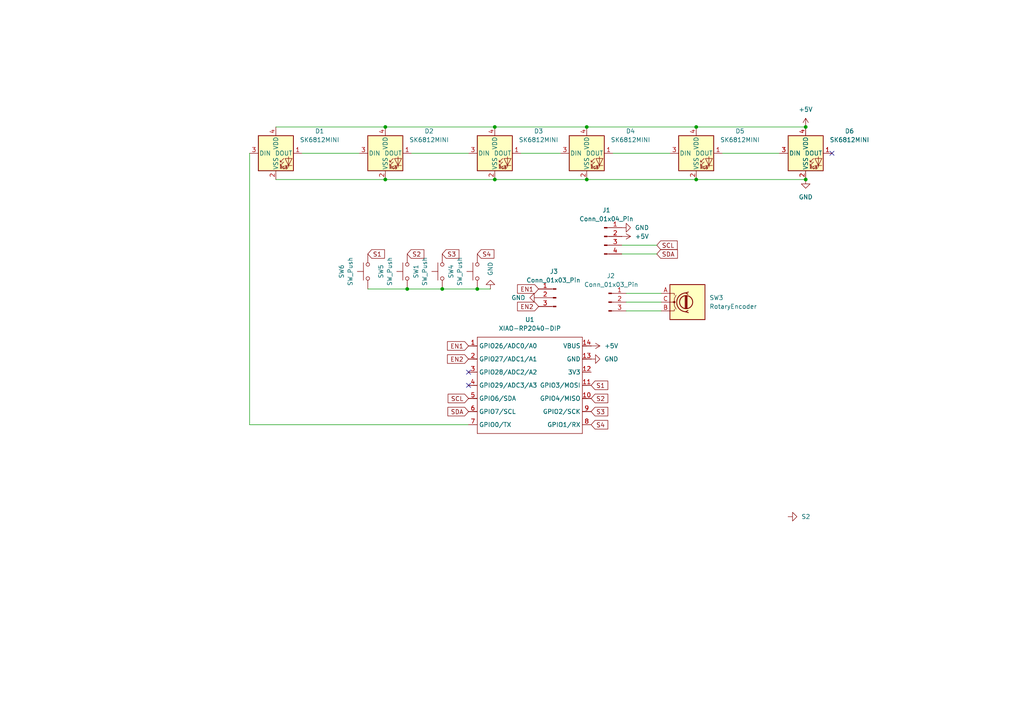
<source format=kicad_sch>
(kicad_sch
	(version 20250114)
	(generator "eeschema")
	(generator_version "9.0")
	(uuid "de069048-b446-481b-b880-13903b9942b7")
	(paper "A4")
	(lib_symbols
		(symbol "Connector:Conn_01x03_Pin"
			(pin_names
				(offset 1.016)
				(hide yes)
			)
			(exclude_from_sim no)
			(in_bom yes)
			(on_board yes)
			(property "Reference" "J"
				(at 0 5.08 0)
				(effects
					(font
						(size 1.27 1.27)
					)
				)
			)
			(property "Value" "Conn_01x03_Pin"
				(at 0 -5.08 0)
				(effects
					(font
						(size 1.27 1.27)
					)
				)
			)
			(property "Footprint" ""
				(at 0 0 0)
				(effects
					(font
						(size 1.27 1.27)
					)
					(hide yes)
				)
			)
			(property "Datasheet" "~"
				(at 0 0 0)
				(effects
					(font
						(size 1.27 1.27)
					)
					(hide yes)
				)
			)
			(property "Description" "Generic connector, single row, 01x03, script generated"
				(at 0 0 0)
				(effects
					(font
						(size 1.27 1.27)
					)
					(hide yes)
				)
			)
			(property "ki_locked" ""
				(at 0 0 0)
				(effects
					(font
						(size 1.27 1.27)
					)
				)
			)
			(property "ki_keywords" "connector"
				(at 0 0 0)
				(effects
					(font
						(size 1.27 1.27)
					)
					(hide yes)
				)
			)
			(property "ki_fp_filters" "Connector*:*_1x??_*"
				(at 0 0 0)
				(effects
					(font
						(size 1.27 1.27)
					)
					(hide yes)
				)
			)
			(symbol "Conn_01x03_Pin_1_1"
				(rectangle
					(start 0.8636 2.667)
					(end 0 2.413)
					(stroke
						(width 0.1524)
						(type default)
					)
					(fill
						(type outline)
					)
				)
				(rectangle
					(start 0.8636 0.127)
					(end 0 -0.127)
					(stroke
						(width 0.1524)
						(type default)
					)
					(fill
						(type outline)
					)
				)
				(rectangle
					(start 0.8636 -2.413)
					(end 0 -2.667)
					(stroke
						(width 0.1524)
						(type default)
					)
					(fill
						(type outline)
					)
				)
				(polyline
					(pts
						(xy 1.27 2.54) (xy 0.8636 2.54)
					)
					(stroke
						(width 0.1524)
						(type default)
					)
					(fill
						(type none)
					)
				)
				(polyline
					(pts
						(xy 1.27 0) (xy 0.8636 0)
					)
					(stroke
						(width 0.1524)
						(type default)
					)
					(fill
						(type none)
					)
				)
				(polyline
					(pts
						(xy 1.27 -2.54) (xy 0.8636 -2.54)
					)
					(stroke
						(width 0.1524)
						(type default)
					)
					(fill
						(type none)
					)
				)
				(pin passive line
					(at 5.08 2.54 180)
					(length 3.81)
					(name "Pin_1"
						(effects
							(font
								(size 1.27 1.27)
							)
						)
					)
					(number "1"
						(effects
							(font
								(size 1.27 1.27)
							)
						)
					)
				)
				(pin passive line
					(at 5.08 0 180)
					(length 3.81)
					(name "Pin_2"
						(effects
							(font
								(size 1.27 1.27)
							)
						)
					)
					(number "2"
						(effects
							(font
								(size 1.27 1.27)
							)
						)
					)
				)
				(pin passive line
					(at 5.08 -2.54 180)
					(length 3.81)
					(name "Pin_3"
						(effects
							(font
								(size 1.27 1.27)
							)
						)
					)
					(number "3"
						(effects
							(font
								(size 1.27 1.27)
							)
						)
					)
				)
			)
			(embedded_fonts no)
		)
		(symbol "Connector:Conn_01x04_Pin"
			(pin_names
				(offset 1.016)
				(hide yes)
			)
			(exclude_from_sim no)
			(in_bom yes)
			(on_board yes)
			(property "Reference" "J"
				(at 0 5.08 0)
				(effects
					(font
						(size 1.27 1.27)
					)
				)
			)
			(property "Value" "Conn_01x04_Pin"
				(at 0 -7.62 0)
				(effects
					(font
						(size 1.27 1.27)
					)
				)
			)
			(property "Footprint" ""
				(at 0 0 0)
				(effects
					(font
						(size 1.27 1.27)
					)
					(hide yes)
				)
			)
			(property "Datasheet" "~"
				(at 0 0 0)
				(effects
					(font
						(size 1.27 1.27)
					)
					(hide yes)
				)
			)
			(property "Description" "Generic connector, single row, 01x04, script generated"
				(at 0 0 0)
				(effects
					(font
						(size 1.27 1.27)
					)
					(hide yes)
				)
			)
			(property "ki_locked" ""
				(at 0 0 0)
				(effects
					(font
						(size 1.27 1.27)
					)
				)
			)
			(property "ki_keywords" "connector"
				(at 0 0 0)
				(effects
					(font
						(size 1.27 1.27)
					)
					(hide yes)
				)
			)
			(property "ki_fp_filters" "Connector*:*_1x??_*"
				(at 0 0 0)
				(effects
					(font
						(size 1.27 1.27)
					)
					(hide yes)
				)
			)
			(symbol "Conn_01x04_Pin_1_1"
				(rectangle
					(start 0.8636 2.667)
					(end 0 2.413)
					(stroke
						(width 0.1524)
						(type default)
					)
					(fill
						(type outline)
					)
				)
				(rectangle
					(start 0.8636 0.127)
					(end 0 -0.127)
					(stroke
						(width 0.1524)
						(type default)
					)
					(fill
						(type outline)
					)
				)
				(rectangle
					(start 0.8636 -2.413)
					(end 0 -2.667)
					(stroke
						(width 0.1524)
						(type default)
					)
					(fill
						(type outline)
					)
				)
				(rectangle
					(start 0.8636 -4.953)
					(end 0 -5.207)
					(stroke
						(width 0.1524)
						(type default)
					)
					(fill
						(type outline)
					)
				)
				(polyline
					(pts
						(xy 1.27 2.54) (xy 0.8636 2.54)
					)
					(stroke
						(width 0.1524)
						(type default)
					)
					(fill
						(type none)
					)
				)
				(polyline
					(pts
						(xy 1.27 0) (xy 0.8636 0)
					)
					(stroke
						(width 0.1524)
						(type default)
					)
					(fill
						(type none)
					)
				)
				(polyline
					(pts
						(xy 1.27 -2.54) (xy 0.8636 -2.54)
					)
					(stroke
						(width 0.1524)
						(type default)
					)
					(fill
						(type none)
					)
				)
				(polyline
					(pts
						(xy 1.27 -5.08) (xy 0.8636 -5.08)
					)
					(stroke
						(width 0.1524)
						(type default)
					)
					(fill
						(type none)
					)
				)
				(pin passive line
					(at 5.08 2.54 180)
					(length 3.81)
					(name "Pin_1"
						(effects
							(font
								(size 1.27 1.27)
							)
						)
					)
					(number "1"
						(effects
							(font
								(size 1.27 1.27)
							)
						)
					)
				)
				(pin passive line
					(at 5.08 0 180)
					(length 3.81)
					(name "Pin_2"
						(effects
							(font
								(size 1.27 1.27)
							)
						)
					)
					(number "2"
						(effects
							(font
								(size 1.27 1.27)
							)
						)
					)
				)
				(pin passive line
					(at 5.08 -2.54 180)
					(length 3.81)
					(name "Pin_3"
						(effects
							(font
								(size 1.27 1.27)
							)
						)
					)
					(number "3"
						(effects
							(font
								(size 1.27 1.27)
							)
						)
					)
				)
				(pin passive line
					(at 5.08 -5.08 180)
					(length 3.81)
					(name "Pin_4"
						(effects
							(font
								(size 1.27 1.27)
							)
						)
					)
					(number "4"
						(effects
							(font
								(size 1.27 1.27)
							)
						)
					)
				)
			)
			(embedded_fonts no)
		)
		(symbol "Device:RotaryEncoder"
			(pin_names
				(offset 0.254)
				(hide yes)
			)
			(exclude_from_sim no)
			(in_bom yes)
			(on_board yes)
			(property "Reference" "SW"
				(at 0 6.604 0)
				(effects
					(font
						(size 1.27 1.27)
					)
				)
			)
			(property "Value" "RotaryEncoder"
				(at 0 -6.604 0)
				(effects
					(font
						(size 1.27 1.27)
					)
				)
			)
			(property "Footprint" ""
				(at -3.81 4.064 0)
				(effects
					(font
						(size 1.27 1.27)
					)
					(hide yes)
				)
			)
			(property "Datasheet" "~"
				(at 0 6.604 0)
				(effects
					(font
						(size 1.27 1.27)
					)
					(hide yes)
				)
			)
			(property "Description" "Rotary encoder, dual channel, incremental quadrate outputs"
				(at 0 0 0)
				(effects
					(font
						(size 1.27 1.27)
					)
					(hide yes)
				)
			)
			(property "ki_keywords" "rotary switch encoder"
				(at 0 0 0)
				(effects
					(font
						(size 1.27 1.27)
					)
					(hide yes)
				)
			)
			(property "ki_fp_filters" "RotaryEncoder*"
				(at 0 0 0)
				(effects
					(font
						(size 1.27 1.27)
					)
					(hide yes)
				)
			)
			(symbol "RotaryEncoder_0_1"
				(rectangle
					(start -5.08 5.08)
					(end 5.08 -5.08)
					(stroke
						(width 0.254)
						(type default)
					)
					(fill
						(type background)
					)
				)
				(polyline
					(pts
						(xy -5.08 2.54) (xy -3.81 2.54) (xy -3.81 2.032)
					)
					(stroke
						(width 0)
						(type default)
					)
					(fill
						(type none)
					)
				)
				(polyline
					(pts
						(xy -5.08 0) (xy -3.81 0) (xy -3.81 -1.016) (xy -3.302 -2.032)
					)
					(stroke
						(width 0)
						(type default)
					)
					(fill
						(type none)
					)
				)
				(polyline
					(pts
						(xy -5.08 -2.54) (xy -3.81 -2.54) (xy -3.81 -2.032)
					)
					(stroke
						(width 0)
						(type default)
					)
					(fill
						(type none)
					)
				)
				(polyline
					(pts
						(xy -4.318 0) (xy -3.81 0) (xy -3.81 1.016) (xy -3.302 2.032)
					)
					(stroke
						(width 0)
						(type default)
					)
					(fill
						(type none)
					)
				)
				(circle
					(center -3.81 0)
					(radius 0.254)
					(stroke
						(width 0)
						(type default)
					)
					(fill
						(type outline)
					)
				)
				(polyline
					(pts
						(xy -0.635 -1.778) (xy -0.635 1.778)
					)
					(stroke
						(width 0.254)
						(type default)
					)
					(fill
						(type none)
					)
				)
				(circle
					(center -0.381 0)
					(radius 1.905)
					(stroke
						(width 0.254)
						(type default)
					)
					(fill
						(type none)
					)
				)
				(polyline
					(pts
						(xy -0.381 -1.778) (xy -0.381 1.778)
					)
					(stroke
						(width 0.254)
						(type default)
					)
					(fill
						(type none)
					)
				)
				(arc
					(start -0.381 -2.794)
					(mid -3.0988 -0.0635)
					(end -0.381 2.667)
					(stroke
						(width 0.254)
						(type default)
					)
					(fill
						(type none)
					)
				)
				(polyline
					(pts
						(xy -0.127 1.778) (xy -0.127 -1.778)
					)
					(stroke
						(width 0.254)
						(type default)
					)
					(fill
						(type none)
					)
				)
				(polyline
					(pts
						(xy 0.254 2.921) (xy -0.508 2.667) (xy 0.127 2.286)
					)
					(stroke
						(width 0.254)
						(type default)
					)
					(fill
						(type none)
					)
				)
				(polyline
					(pts
						(xy 0.254 -3.048) (xy -0.508 -2.794) (xy 0.127 -2.413)
					)
					(stroke
						(width 0.254)
						(type default)
					)
					(fill
						(type none)
					)
				)
			)
			(symbol "RotaryEncoder_1_1"
				(pin passive line
					(at -7.62 2.54 0)
					(length 2.54)
					(name "A"
						(effects
							(font
								(size 1.27 1.27)
							)
						)
					)
					(number "A"
						(effects
							(font
								(size 1.27 1.27)
							)
						)
					)
				)
				(pin passive line
					(at -7.62 0 0)
					(length 2.54)
					(name "C"
						(effects
							(font
								(size 1.27 1.27)
							)
						)
					)
					(number "C"
						(effects
							(font
								(size 1.27 1.27)
							)
						)
					)
				)
				(pin passive line
					(at -7.62 -2.54 0)
					(length 2.54)
					(name "B"
						(effects
							(font
								(size 1.27 1.27)
							)
						)
					)
					(number "B"
						(effects
							(font
								(size 1.27 1.27)
							)
						)
					)
				)
			)
			(embedded_fonts no)
		)
		(symbol "LED:SK6812MINI"
			(pin_names
				(offset 0.254)
			)
			(exclude_from_sim no)
			(in_bom yes)
			(on_board yes)
			(property "Reference" "D"
				(at 5.08 5.715 0)
				(effects
					(font
						(size 1.27 1.27)
					)
					(justify right bottom)
				)
			)
			(property "Value" "SK6812MINI"
				(at 1.27 -5.715 0)
				(effects
					(font
						(size 1.27 1.27)
					)
					(justify left top)
				)
			)
			(property "Footprint" "LED_SMD:LED_SK6812MINI_PLCC4_3.5x3.5mm_P1.75mm"
				(at 1.27 -7.62 0)
				(effects
					(font
						(size 1.27 1.27)
					)
					(justify left top)
					(hide yes)
				)
			)
			(property "Datasheet" "https://cdn-shop.adafruit.com/product-files/2686/SK6812MINI_REV.01-1-2.pdf"
				(at 2.54 -9.525 0)
				(effects
					(font
						(size 1.27 1.27)
					)
					(justify left top)
					(hide yes)
				)
			)
			(property "Description" "RGB LED with integrated controller"
				(at 0 0 0)
				(effects
					(font
						(size 1.27 1.27)
					)
					(hide yes)
				)
			)
			(property "ki_keywords" "RGB LED NeoPixel Mini addressable"
				(at 0 0 0)
				(effects
					(font
						(size 1.27 1.27)
					)
					(hide yes)
				)
			)
			(property "ki_fp_filters" "LED*SK6812MINI*PLCC*3.5x3.5mm*P1.75mm*"
				(at 0 0 0)
				(effects
					(font
						(size 1.27 1.27)
					)
					(hide yes)
				)
			)
			(symbol "SK6812MINI_0_0"
				(text "RGB"
					(at 2.286 -4.191 0)
					(effects
						(font
							(size 0.762 0.762)
						)
					)
				)
			)
			(symbol "SK6812MINI_0_1"
				(polyline
					(pts
						(xy 1.27 -2.54) (xy 1.778 -2.54)
					)
					(stroke
						(width 0)
						(type default)
					)
					(fill
						(type none)
					)
				)
				(polyline
					(pts
						(xy 1.27 -3.556) (xy 1.778 -3.556)
					)
					(stroke
						(width 0)
						(type default)
					)
					(fill
						(type none)
					)
				)
				(polyline
					(pts
						(xy 2.286 -1.524) (xy 1.27 -2.54) (xy 1.27 -2.032)
					)
					(stroke
						(width 0)
						(type default)
					)
					(fill
						(type none)
					)
				)
				(polyline
					(pts
						(xy 2.286 -2.54) (xy 1.27 -3.556) (xy 1.27 -3.048)
					)
					(stroke
						(width 0)
						(type default)
					)
					(fill
						(type none)
					)
				)
				(polyline
					(pts
						(xy 3.683 -1.016) (xy 3.683 -3.556) (xy 3.683 -4.064)
					)
					(stroke
						(width 0)
						(type default)
					)
					(fill
						(type none)
					)
				)
				(polyline
					(pts
						(xy 4.699 -1.524) (xy 2.667 -1.524) (xy 3.683 -3.556) (xy 4.699 -1.524)
					)
					(stroke
						(width 0)
						(type default)
					)
					(fill
						(type none)
					)
				)
				(polyline
					(pts
						(xy 4.699 -3.556) (xy 2.667 -3.556)
					)
					(stroke
						(width 0)
						(type default)
					)
					(fill
						(type none)
					)
				)
				(rectangle
					(start 5.08 5.08)
					(end -5.08 -5.08)
					(stroke
						(width 0.254)
						(type default)
					)
					(fill
						(type background)
					)
				)
			)
			(symbol "SK6812MINI_1_1"
				(pin input line
					(at -7.62 0 0)
					(length 2.54)
					(name "DIN"
						(effects
							(font
								(size 1.27 1.27)
							)
						)
					)
					(number "3"
						(effects
							(font
								(size 1.27 1.27)
							)
						)
					)
				)
				(pin power_in line
					(at 0 7.62 270)
					(length 2.54)
					(name "VDD"
						(effects
							(font
								(size 1.27 1.27)
							)
						)
					)
					(number "4"
						(effects
							(font
								(size 1.27 1.27)
							)
						)
					)
				)
				(pin power_in line
					(at 0 -7.62 90)
					(length 2.54)
					(name "VSS"
						(effects
							(font
								(size 1.27 1.27)
							)
						)
					)
					(number "2"
						(effects
							(font
								(size 1.27 1.27)
							)
						)
					)
				)
				(pin output line
					(at 7.62 0 180)
					(length 2.54)
					(name "DOUT"
						(effects
							(font
								(size 1.27 1.27)
							)
						)
					)
					(number "1"
						(effects
							(font
								(size 1.27 1.27)
							)
						)
					)
				)
			)
			(embedded_fonts no)
		)
		(symbol "Seeed_Studio_XIAO_Series:XIAO-RP2040-DIP"
			(exclude_from_sim no)
			(in_bom yes)
			(on_board yes)
			(property "Reference" "U"
				(at 0 0 0)
				(effects
					(font
						(size 1.27 1.27)
					)
				)
			)
			(property "Value" "XIAO-RP2040-DIP"
				(at 5.334 -1.778 0)
				(effects
					(font
						(size 1.27 1.27)
					)
				)
			)
			(property "Footprint" "Module:MOUDLE14P-XIAO-DIP-SMD"
				(at 14.478 -32.258 0)
				(effects
					(font
						(size 1.27 1.27)
					)
					(hide yes)
				)
			)
			(property "Datasheet" ""
				(at 0 0 0)
				(effects
					(font
						(size 1.27 1.27)
					)
					(hide yes)
				)
			)
			(property "Description" ""
				(at 0 0 0)
				(effects
					(font
						(size 1.27 1.27)
					)
					(hide yes)
				)
			)
			(symbol "XIAO-RP2040-DIP_1_0"
				(polyline
					(pts
						(xy -1.27 -2.54) (xy 29.21 -2.54)
					)
					(stroke
						(width 0.1524)
						(type solid)
					)
					(fill
						(type none)
					)
				)
				(polyline
					(pts
						(xy -1.27 -5.08) (xy -2.54 -5.08)
					)
					(stroke
						(width 0.1524)
						(type solid)
					)
					(fill
						(type none)
					)
				)
				(polyline
					(pts
						(xy -1.27 -5.08) (xy -1.27 -2.54)
					)
					(stroke
						(width 0.1524)
						(type solid)
					)
					(fill
						(type none)
					)
				)
				(polyline
					(pts
						(xy -1.27 -8.89) (xy -2.54 -8.89)
					)
					(stroke
						(width 0.1524)
						(type solid)
					)
					(fill
						(type none)
					)
				)
				(polyline
					(pts
						(xy -1.27 -8.89) (xy -1.27 -5.08)
					)
					(stroke
						(width 0.1524)
						(type solid)
					)
					(fill
						(type none)
					)
				)
				(polyline
					(pts
						(xy -1.27 -12.7) (xy -2.54 -12.7)
					)
					(stroke
						(width 0.1524)
						(type solid)
					)
					(fill
						(type none)
					)
				)
				(polyline
					(pts
						(xy -1.27 -12.7) (xy -1.27 -8.89)
					)
					(stroke
						(width 0.1524)
						(type solid)
					)
					(fill
						(type none)
					)
				)
				(polyline
					(pts
						(xy -1.27 -16.51) (xy -2.54 -16.51)
					)
					(stroke
						(width 0.1524)
						(type solid)
					)
					(fill
						(type none)
					)
				)
				(polyline
					(pts
						(xy -1.27 -16.51) (xy -1.27 -12.7)
					)
					(stroke
						(width 0.1524)
						(type solid)
					)
					(fill
						(type none)
					)
				)
				(polyline
					(pts
						(xy -1.27 -20.32) (xy -2.54 -20.32)
					)
					(stroke
						(width 0.1524)
						(type solid)
					)
					(fill
						(type none)
					)
				)
				(polyline
					(pts
						(xy -1.27 -24.13) (xy -2.54 -24.13)
					)
					(stroke
						(width 0.1524)
						(type solid)
					)
					(fill
						(type none)
					)
				)
				(polyline
					(pts
						(xy -1.27 -27.94) (xy -2.54 -27.94)
					)
					(stroke
						(width 0.1524)
						(type solid)
					)
					(fill
						(type none)
					)
				)
				(polyline
					(pts
						(xy -1.27 -30.48) (xy -1.27 -16.51)
					)
					(stroke
						(width 0.1524)
						(type solid)
					)
					(fill
						(type none)
					)
				)
				(polyline
					(pts
						(xy 29.21 -2.54) (xy 29.21 -5.08)
					)
					(stroke
						(width 0.1524)
						(type solid)
					)
					(fill
						(type none)
					)
				)
				(polyline
					(pts
						(xy 29.21 -5.08) (xy 29.21 -8.89)
					)
					(stroke
						(width 0.1524)
						(type solid)
					)
					(fill
						(type none)
					)
				)
				(polyline
					(pts
						(xy 29.21 -8.89) (xy 29.21 -12.7)
					)
					(stroke
						(width 0.1524)
						(type solid)
					)
					(fill
						(type none)
					)
				)
				(polyline
					(pts
						(xy 29.21 -12.7) (xy 29.21 -30.48)
					)
					(stroke
						(width 0.1524)
						(type solid)
					)
					(fill
						(type none)
					)
				)
				(polyline
					(pts
						(xy 29.21 -30.48) (xy -1.27 -30.48)
					)
					(stroke
						(width 0.1524)
						(type solid)
					)
					(fill
						(type none)
					)
				)
				(polyline
					(pts
						(xy 30.48 -5.08) (xy 29.21 -5.08)
					)
					(stroke
						(width 0.1524)
						(type solid)
					)
					(fill
						(type none)
					)
				)
				(polyline
					(pts
						(xy 30.48 -8.89) (xy 29.21 -8.89)
					)
					(stroke
						(width 0.1524)
						(type solid)
					)
					(fill
						(type none)
					)
				)
				(polyline
					(pts
						(xy 30.48 -12.7) (xy 29.21 -12.7)
					)
					(stroke
						(width 0.1524)
						(type solid)
					)
					(fill
						(type none)
					)
				)
				(polyline
					(pts
						(xy 30.48 -16.51) (xy 29.21 -16.51)
					)
					(stroke
						(width 0.1524)
						(type solid)
					)
					(fill
						(type none)
					)
				)
				(polyline
					(pts
						(xy 30.48 -20.32) (xy 29.21 -20.32)
					)
					(stroke
						(width 0.1524)
						(type solid)
					)
					(fill
						(type none)
					)
				)
				(polyline
					(pts
						(xy 30.48 -24.13) (xy 29.21 -24.13)
					)
					(stroke
						(width 0.1524)
						(type solid)
					)
					(fill
						(type none)
					)
				)
				(polyline
					(pts
						(xy 30.48 -27.94) (xy 29.21 -27.94)
					)
					(stroke
						(width 0.1524)
						(type solid)
					)
					(fill
						(type none)
					)
				)
				(pin passive line
					(at -3.81 -5.08 0)
					(length 2.54)
					(name "GPIO26/ADC0/A0"
						(effects
							(font
								(size 1.27 1.27)
							)
						)
					)
					(number "1"
						(effects
							(font
								(size 1.27 1.27)
							)
						)
					)
				)
				(pin passive line
					(at -3.81 -8.89 0)
					(length 2.54)
					(name "GPIO27/ADC1/A1"
						(effects
							(font
								(size 1.27 1.27)
							)
						)
					)
					(number "2"
						(effects
							(font
								(size 1.27 1.27)
							)
						)
					)
				)
				(pin passive line
					(at -3.81 -12.7 0)
					(length 2.54)
					(name "GPIO28/ADC2/A2"
						(effects
							(font
								(size 1.27 1.27)
							)
						)
					)
					(number "3"
						(effects
							(font
								(size 1.27 1.27)
							)
						)
					)
				)
				(pin passive line
					(at -3.81 -16.51 0)
					(length 2.54)
					(name "GPIO29/ADC3/A3"
						(effects
							(font
								(size 1.27 1.27)
							)
						)
					)
					(number "4"
						(effects
							(font
								(size 1.27 1.27)
							)
						)
					)
				)
				(pin passive line
					(at -3.81 -20.32 0)
					(length 2.54)
					(name "GPIO6/SDA"
						(effects
							(font
								(size 1.27 1.27)
							)
						)
					)
					(number "5"
						(effects
							(font
								(size 1.27 1.27)
							)
						)
					)
				)
				(pin passive line
					(at -3.81 -24.13 0)
					(length 2.54)
					(name "GPIO7/SCL"
						(effects
							(font
								(size 1.27 1.27)
							)
						)
					)
					(number "6"
						(effects
							(font
								(size 1.27 1.27)
							)
						)
					)
				)
				(pin passive line
					(at -3.81 -27.94 0)
					(length 2.54)
					(name "GPIO0/TX"
						(effects
							(font
								(size 1.27 1.27)
							)
						)
					)
					(number "7"
						(effects
							(font
								(size 1.27 1.27)
							)
						)
					)
				)
				(pin passive line
					(at 31.75 -5.08 180)
					(length 2.54)
					(name "VBUS"
						(effects
							(font
								(size 1.27 1.27)
							)
						)
					)
					(number "14"
						(effects
							(font
								(size 1.27 1.27)
							)
						)
					)
				)
				(pin passive line
					(at 31.75 -8.89 180)
					(length 2.54)
					(name "GND"
						(effects
							(font
								(size 1.27 1.27)
							)
						)
					)
					(number "13"
						(effects
							(font
								(size 1.27 1.27)
							)
						)
					)
				)
				(pin passive line
					(at 31.75 -12.7 180)
					(length 2.54)
					(name "3V3"
						(effects
							(font
								(size 1.27 1.27)
							)
						)
					)
					(number "12"
						(effects
							(font
								(size 1.27 1.27)
							)
						)
					)
				)
				(pin passive line
					(at 31.75 -16.51 180)
					(length 2.54)
					(name "GPIO3/MOSI"
						(effects
							(font
								(size 1.27 1.27)
							)
						)
					)
					(number "11"
						(effects
							(font
								(size 1.27 1.27)
							)
						)
					)
				)
				(pin passive line
					(at 31.75 -20.32 180)
					(length 2.54)
					(name "GPIO4/MISO"
						(effects
							(font
								(size 1.27 1.27)
							)
						)
					)
					(number "10"
						(effects
							(font
								(size 1.27 1.27)
							)
						)
					)
				)
				(pin passive line
					(at 31.75 -24.13 180)
					(length 2.54)
					(name "GPIO2/SCK"
						(effects
							(font
								(size 1.27 1.27)
							)
						)
					)
					(number "9"
						(effects
							(font
								(size 1.27 1.27)
							)
						)
					)
				)
				(pin passive line
					(at 31.75 -27.94 180)
					(length 2.54)
					(name "GPIO1/RX"
						(effects
							(font
								(size 1.27 1.27)
							)
						)
					)
					(number "8"
						(effects
							(font
								(size 1.27 1.27)
							)
						)
					)
				)
			)
			(embedded_fonts no)
		)
		(symbol "Switch:SW_Push"
			(pin_numbers
				(hide yes)
			)
			(pin_names
				(offset 1.016)
				(hide yes)
			)
			(exclude_from_sim no)
			(in_bom yes)
			(on_board yes)
			(property "Reference" "SW"
				(at 1.27 2.54 0)
				(effects
					(font
						(size 1.27 1.27)
					)
					(justify left)
				)
			)
			(property "Value" "SW_Push"
				(at 0 -1.524 0)
				(effects
					(font
						(size 1.27 1.27)
					)
				)
			)
			(property "Footprint" ""
				(at 0 5.08 0)
				(effects
					(font
						(size 1.27 1.27)
					)
					(hide yes)
				)
			)
			(property "Datasheet" "~"
				(at 0 5.08 0)
				(effects
					(font
						(size 1.27 1.27)
					)
					(hide yes)
				)
			)
			(property "Description" "Push button switch, generic, two pins"
				(at 0 0 0)
				(effects
					(font
						(size 1.27 1.27)
					)
					(hide yes)
				)
			)
			(property "ki_keywords" "switch normally-open pushbutton push-button"
				(at 0 0 0)
				(effects
					(font
						(size 1.27 1.27)
					)
					(hide yes)
				)
			)
			(symbol "SW_Push_0_1"
				(circle
					(center -2.032 0)
					(radius 0.508)
					(stroke
						(width 0)
						(type default)
					)
					(fill
						(type none)
					)
				)
				(polyline
					(pts
						(xy 0 1.27) (xy 0 3.048)
					)
					(stroke
						(width 0)
						(type default)
					)
					(fill
						(type none)
					)
				)
				(circle
					(center 2.032 0)
					(radius 0.508)
					(stroke
						(width 0)
						(type default)
					)
					(fill
						(type none)
					)
				)
				(polyline
					(pts
						(xy 2.54 1.27) (xy -2.54 1.27)
					)
					(stroke
						(width 0)
						(type default)
					)
					(fill
						(type none)
					)
				)
				(pin passive line
					(at -5.08 0 0)
					(length 2.54)
					(name "1"
						(effects
							(font
								(size 1.27 1.27)
							)
						)
					)
					(number "1"
						(effects
							(font
								(size 1.27 1.27)
							)
						)
					)
				)
				(pin passive line
					(at 5.08 0 180)
					(length 2.54)
					(name "2"
						(effects
							(font
								(size 1.27 1.27)
							)
						)
					)
					(number "2"
						(effects
							(font
								(size 1.27 1.27)
							)
						)
					)
				)
			)
			(embedded_fonts no)
		)
		(symbol "power:+5V"
			(power)
			(pin_numbers
				(hide yes)
			)
			(pin_names
				(offset 0)
				(hide yes)
			)
			(exclude_from_sim no)
			(in_bom yes)
			(on_board yes)
			(property "Reference" "#PWR"
				(at 0 -3.81 0)
				(effects
					(font
						(size 1.27 1.27)
					)
					(hide yes)
				)
			)
			(property "Value" "+5V"
				(at 0 3.556 0)
				(effects
					(font
						(size 1.27 1.27)
					)
				)
			)
			(property "Footprint" ""
				(at 0 0 0)
				(effects
					(font
						(size 1.27 1.27)
					)
					(hide yes)
				)
			)
			(property "Datasheet" ""
				(at 0 0 0)
				(effects
					(font
						(size 1.27 1.27)
					)
					(hide yes)
				)
			)
			(property "Description" "Power symbol creates a global label with name \"+5V\""
				(at 0 0 0)
				(effects
					(font
						(size 1.27 1.27)
					)
					(hide yes)
				)
			)
			(property "ki_keywords" "global power"
				(at 0 0 0)
				(effects
					(font
						(size 1.27 1.27)
					)
					(hide yes)
				)
			)
			(symbol "+5V_0_1"
				(polyline
					(pts
						(xy -0.762 1.27) (xy 0 2.54)
					)
					(stroke
						(width 0)
						(type default)
					)
					(fill
						(type none)
					)
				)
				(polyline
					(pts
						(xy 0 2.54) (xy 0.762 1.27)
					)
					(stroke
						(width 0)
						(type default)
					)
					(fill
						(type none)
					)
				)
				(polyline
					(pts
						(xy 0 0) (xy 0 2.54)
					)
					(stroke
						(width 0)
						(type default)
					)
					(fill
						(type none)
					)
				)
			)
			(symbol "+5V_1_1"
				(pin power_in line
					(at 0 0 90)
					(length 0)
					(name "~"
						(effects
							(font
								(size 1.27 1.27)
							)
						)
					)
					(number "1"
						(effects
							(font
								(size 1.27 1.27)
							)
						)
					)
				)
			)
			(embedded_fonts no)
		)
		(symbol "power:GND"
			(power)
			(pin_numbers
				(hide yes)
			)
			(pin_names
				(offset 0)
				(hide yes)
			)
			(exclude_from_sim no)
			(in_bom yes)
			(on_board yes)
			(property "Reference" "#PWR"
				(at 0 -6.35 0)
				(effects
					(font
						(size 1.27 1.27)
					)
					(hide yes)
				)
			)
			(property "Value" "GND"
				(at 0 -3.81 0)
				(effects
					(font
						(size 1.27 1.27)
					)
				)
			)
			(property "Footprint" ""
				(at 0 0 0)
				(effects
					(font
						(size 1.27 1.27)
					)
					(hide yes)
				)
			)
			(property "Datasheet" ""
				(at 0 0 0)
				(effects
					(font
						(size 1.27 1.27)
					)
					(hide yes)
				)
			)
			(property "Description" "Power symbol creates a global label with name \"GND\" , ground"
				(at 0 0 0)
				(effects
					(font
						(size 1.27 1.27)
					)
					(hide yes)
				)
			)
			(property "ki_keywords" "global power"
				(at 0 0 0)
				(effects
					(font
						(size 1.27 1.27)
					)
					(hide yes)
				)
			)
			(symbol "GND_0_1"
				(polyline
					(pts
						(xy 0 0) (xy 0 -1.27) (xy 1.27 -1.27) (xy 0 -2.54) (xy -1.27 -1.27) (xy 0 -1.27)
					)
					(stroke
						(width 0)
						(type default)
					)
					(fill
						(type none)
					)
				)
			)
			(symbol "GND_1_1"
				(pin power_in line
					(at 0 0 270)
					(length 0)
					(name "~"
						(effects
							(font
								(size 1.27 1.27)
							)
						)
					)
					(number "1"
						(effects
							(font
								(size 1.27 1.27)
							)
						)
					)
				)
			)
			(embedded_fonts no)
		)
		(symbol "power:GND1"
			(power)
			(pin_numbers
				(hide yes)
			)
			(pin_names
				(offset 0)
				(hide yes)
			)
			(exclude_from_sim no)
			(in_bom yes)
			(on_board yes)
			(property "Reference" "#PWR"
				(at 0 -6.35 0)
				(effects
					(font
						(size 1.27 1.27)
					)
					(hide yes)
				)
			)
			(property "Value" "GND1"
				(at 0 -3.81 0)
				(effects
					(font
						(size 1.27 1.27)
					)
				)
			)
			(property "Footprint" ""
				(at 0 0 0)
				(effects
					(font
						(size 1.27 1.27)
					)
					(hide yes)
				)
			)
			(property "Datasheet" ""
				(at 0 0 0)
				(effects
					(font
						(size 1.27 1.27)
					)
					(hide yes)
				)
			)
			(property "Description" "Power symbol creates a global label with name \"GND1\" , ground"
				(at 0 0 0)
				(effects
					(font
						(size 1.27 1.27)
					)
					(hide yes)
				)
			)
			(property "ki_keywords" "global power"
				(at 0 0 0)
				(effects
					(font
						(size 1.27 1.27)
					)
					(hide yes)
				)
			)
			(symbol "GND1_0_1"
				(polyline
					(pts
						(xy 0 0) (xy 0 -1.27) (xy 1.27 -1.27) (xy 0 -2.54) (xy -1.27 -1.27) (xy 0 -1.27)
					)
					(stroke
						(width 0)
						(type default)
					)
					(fill
						(type none)
					)
				)
			)
			(symbol "GND1_1_1"
				(pin power_in line
					(at 0 0 270)
					(length 0)
					(name "~"
						(effects
							(font
								(size 1.27 1.27)
							)
						)
					)
					(number "1"
						(effects
							(font
								(size 1.27 1.27)
							)
						)
					)
				)
			)
			(embedded_fonts no)
		)
	)
	(junction
		(at 201.93 52.07)
		(diameter 0)
		(color 0 0 0 0)
		(uuid "0c9ef638-736d-4d1a-aaeb-0f1df872a9d0")
	)
	(junction
		(at 233.68 52.07)
		(diameter 0)
		(color 0 0 0 0)
		(uuid "1cf8d152-5459-4c30-beb8-18fc0e7e609c")
	)
	(junction
		(at 118.11 83.82)
		(diameter 0)
		(color 0 0 0 0)
		(uuid "2ab8ea2b-0bba-450c-b177-21455f1f8649")
	)
	(junction
		(at 138.43 83.82)
		(diameter 0)
		(color 0 0 0 0)
		(uuid "31031329-922e-4cb7-9c02-f4d584cde96a")
	)
	(junction
		(at 170.18 52.07)
		(diameter 0)
		(color 0 0 0 0)
		(uuid "4f334f37-b0a7-46e7-acc5-91ac36d8db10")
	)
	(junction
		(at 111.76 52.07)
		(diameter 0)
		(color 0 0 0 0)
		(uuid "69b17f3d-7730-4200-a6b5-22a376032f15")
	)
	(junction
		(at 233.68 36.83)
		(diameter 0)
		(color 0 0 0 0)
		(uuid "7a6f2a65-8c3d-4b85-8926-474670b8a0a0")
	)
	(junction
		(at 128.27 83.82)
		(diameter 0)
		(color 0 0 0 0)
		(uuid "7b02fad3-cec2-4099-8817-8a8b22785c81")
	)
	(junction
		(at 111.76 36.83)
		(diameter 0)
		(color 0 0 0 0)
		(uuid "a2c1e6b7-5f81-4360-a08e-f79a7fcc34e1")
	)
	(junction
		(at 201.93 36.83)
		(diameter 0)
		(color 0 0 0 0)
		(uuid "a99c7013-7277-4411-af70-2f9159b9a594")
	)
	(junction
		(at 170.18 36.83)
		(diameter 0)
		(color 0 0 0 0)
		(uuid "f36920bc-93b7-4772-8119-a1eaa8782c4a")
	)
	(junction
		(at 143.51 52.07)
		(diameter 0)
		(color 0 0 0 0)
		(uuid "fcc9dcb0-55ad-4596-a428-53bdae58c447")
	)
	(junction
		(at 143.51 36.83)
		(diameter 0)
		(color 0 0 0 0)
		(uuid "fde56384-facc-4566-b0b9-ef59099d7e16")
	)
	(no_connect
		(at 135.89 111.76)
		(uuid "0c32a827-ca1c-4cae-b753-a9fb350446c3")
	)
	(no_connect
		(at 135.89 107.95)
		(uuid "cd06a830-4610-4643-a806-e2bbf42504bd")
	)
	(no_connect
		(at 241.3 44.45)
		(uuid "efb65ea1-7e0d-4f87-bb2f-a64422455d23")
	)
	(wire
		(pts
			(xy 118.11 83.82) (xy 128.27 83.82)
		)
		(stroke
			(width 0)
			(type default)
		)
		(uuid "055fcba2-727c-4c39-bbd5-f5c91f27cd24")
	)
	(wire
		(pts
			(xy 201.93 36.83) (xy 233.68 36.83)
		)
		(stroke
			(width 0)
			(type default)
		)
		(uuid "07e83336-f353-4078-94b2-7508a940acc4")
	)
	(wire
		(pts
			(xy 80.01 52.07) (xy 111.76 52.07)
		)
		(stroke
			(width 0)
			(type default)
		)
		(uuid "10e31db3-2c2b-49e0-b2dc-892807de69c0")
	)
	(wire
		(pts
			(xy 181.61 85.09) (xy 191.77 85.09)
		)
		(stroke
			(width 0)
			(type default)
		)
		(uuid "22ff9853-40d5-4cf2-a4d0-b446e6fc26ca")
	)
	(wire
		(pts
			(xy 181.61 90.17) (xy 191.77 90.17)
		)
		(stroke
			(width 0)
			(type default)
		)
		(uuid "266023ab-5126-48d1-854b-0427771dae7e")
	)
	(wire
		(pts
			(xy 80.01 36.83) (xy 111.76 36.83)
		)
		(stroke
			(width 0)
			(type default)
		)
		(uuid "3db3a863-9e56-44a9-8d53-5edaba0ab1cb")
	)
	(wire
		(pts
			(xy 143.51 36.83) (xy 170.18 36.83)
		)
		(stroke
			(width 0)
			(type default)
		)
		(uuid "45d3f298-f0b2-45b7-a5f4-e681307787bb")
	)
	(wire
		(pts
			(xy 209.55 44.45) (xy 226.06 44.45)
		)
		(stroke
			(width 0)
			(type default)
		)
		(uuid "498afb1b-23a9-4c12-a5bb-95befbe33a91")
	)
	(wire
		(pts
			(xy 143.51 52.07) (xy 170.18 52.07)
		)
		(stroke
			(width 0)
			(type default)
		)
		(uuid "6ed5734d-e328-4aee-9676-2dbe12de9598")
	)
	(wire
		(pts
			(xy 201.93 52.07) (xy 233.68 52.07)
		)
		(stroke
			(width 0)
			(type default)
		)
		(uuid "82df5bc5-c0fa-453b-8c87-69a0314c018b")
	)
	(wire
		(pts
			(xy 119.38 44.45) (xy 135.89 44.45)
		)
		(stroke
			(width 0)
			(type default)
		)
		(uuid "82ed8939-6435-4977-9218-b9ba803d3794")
	)
	(wire
		(pts
			(xy 111.76 52.07) (xy 143.51 52.07)
		)
		(stroke
			(width 0)
			(type default)
		)
		(uuid "8482b66f-a51b-41f5-978e-f21a24b46bfe")
	)
	(wire
		(pts
			(xy 177.8 44.45) (xy 194.31 44.45)
		)
		(stroke
			(width 0)
			(type default)
		)
		(uuid "8b368f6c-11f8-49d6-ad0b-e2189ed795f0")
	)
	(wire
		(pts
			(xy 170.18 52.07) (xy 201.93 52.07)
		)
		(stroke
			(width 0)
			(type default)
		)
		(uuid "8d2d44dd-68cc-46ee-9e1e-0adf1bec1e87")
	)
	(wire
		(pts
			(xy 72.39 123.19) (xy 135.89 123.19)
		)
		(stroke
			(width 0)
			(type default)
		)
		(uuid "a2f0a1e3-78ab-4083-9e9a-8d403a473c2a")
	)
	(wire
		(pts
			(xy 111.76 36.83) (xy 143.51 36.83)
		)
		(stroke
			(width 0)
			(type default)
		)
		(uuid "af52a0c8-d8cc-45a3-ba0e-532691f4f19c")
	)
	(wire
		(pts
			(xy 87.63 44.45) (xy 104.14 44.45)
		)
		(stroke
			(width 0)
			(type default)
		)
		(uuid "ba5092d9-3b79-40fa-8b21-d1f8d80059e0")
	)
	(wire
		(pts
			(xy 106.68 83.82) (xy 118.11 83.82)
		)
		(stroke
			(width 0)
			(type default)
		)
		(uuid "becc54c0-a141-47e4-81f1-50800a499a44")
	)
	(wire
		(pts
			(xy 72.39 44.45) (xy 72.39 123.19)
		)
		(stroke
			(width 0)
			(type default)
		)
		(uuid "c4326243-7491-45ad-8666-fcd8986eb358")
	)
	(wire
		(pts
			(xy 180.34 71.12) (xy 190.5 71.12)
		)
		(stroke
			(width 0)
			(type default)
		)
		(uuid "dcfec600-2678-4ea6-be76-e936ed8f4ba8")
	)
	(wire
		(pts
			(xy 170.18 36.83) (xy 201.93 36.83)
		)
		(stroke
			(width 0)
			(type default)
		)
		(uuid "f350fbee-9fe3-4760-a610-36530fbd09a4")
	)
	(wire
		(pts
			(xy 128.27 83.82) (xy 138.43 83.82)
		)
		(stroke
			(width 0)
			(type default)
		)
		(uuid "f3f14056-b7cd-4371-b8c0-4c9d25a4fd9a")
	)
	(wire
		(pts
			(xy 138.43 83.82) (xy 142.24 83.82)
		)
		(stroke
			(width 0)
			(type default)
		)
		(uuid "f5735657-ba74-44e4-a57b-b0d89a9d7927")
	)
	(wire
		(pts
			(xy 180.34 73.66) (xy 190.5 73.66)
		)
		(stroke
			(width 0)
			(type default)
		)
		(uuid "f77bd40e-07cc-4085-9d0e-6e11a9865103")
	)
	(wire
		(pts
			(xy 151.13 44.45) (xy 162.56 44.45)
		)
		(stroke
			(width 0)
			(type default)
		)
		(uuid "fb0508f9-52aa-4a84-beae-695343404f9b")
	)
	(wire
		(pts
			(xy 181.61 87.63) (xy 191.77 87.63)
		)
		(stroke
			(width 0)
			(type default)
		)
		(uuid "fca59ccb-08dc-4778-9b01-c24aaa814fad")
	)
	(global_label "S2"
		(shape input)
		(at 118.11 73.66 0)
		(fields_autoplaced yes)
		(effects
			(font
				(size 1.27 1.27)
			)
			(justify left)
		)
		(uuid "048507a0-dff1-4645-b2c9-600dfff33b58")
		(property "Intersheetrefs" "${INTERSHEET_REFS}"
			(at 123.5142 73.66 0)
			(effects
				(font
					(size 1.27 1.27)
				)
				(justify left)
				(hide yes)
			)
		)
	)
	(global_label "S1"
		(shape input)
		(at 106.68 73.66 0)
		(fields_autoplaced yes)
		(effects
			(font
				(size 1.27 1.27)
			)
			(justify left)
		)
		(uuid "1754a46d-404a-4f89-ac3d-38c2a90f438d")
		(property "Intersheetrefs" "${INTERSHEET_REFS}"
			(at 112.0842 73.66 0)
			(effects
				(font
					(size 1.27 1.27)
				)
				(justify left)
				(hide yes)
			)
		)
	)
	(global_label "S2"
		(shape input)
		(at 171.45 115.57 0)
		(fields_autoplaced yes)
		(effects
			(font
				(size 1.27 1.27)
			)
			(justify left)
		)
		(uuid "1cb5fbdc-d737-4ad6-9be3-2cbad59514e3")
		(property "Intersheetrefs" "${INTERSHEET_REFS}"
			(at 176.8542 115.57 0)
			(effects
				(font
					(size 1.27 1.27)
				)
				(justify left)
				(hide yes)
			)
		)
	)
	(global_label "EN1"
		(shape input)
		(at 156.21 83.82 180)
		(fields_autoplaced yes)
		(effects
			(font
				(size 1.27 1.27)
			)
			(justify right)
		)
		(uuid "245e03c6-d417-4e46-abee-58fd10e56e69")
		(property "Intersheetrefs" "${INTERSHEET_REFS}"
			(at 149.5358 83.82 0)
			(effects
				(font
					(size 1.27 1.27)
				)
				(justify right)
				(hide yes)
			)
		)
	)
	(global_label "S4"
		(shape input)
		(at 138.43 73.66 0)
		(fields_autoplaced yes)
		(effects
			(font
				(size 1.27 1.27)
			)
			(justify left)
		)
		(uuid "2684d17e-5df8-4d77-b2e5-475cc09d1585")
		(property "Intersheetrefs" "${INTERSHEET_REFS}"
			(at 143.8342 73.66 0)
			(effects
				(font
					(size 1.27 1.27)
				)
				(justify left)
				(hide yes)
			)
		)
	)
	(global_label "S1"
		(shape input)
		(at 171.45 111.76 0)
		(fields_autoplaced yes)
		(effects
			(font
				(size 1.27 1.27)
			)
			(justify left)
		)
		(uuid "3128f2b9-397a-47e0-94f3-df5dea8fa411")
		(property "Intersheetrefs" "${INTERSHEET_REFS}"
			(at 176.8542 111.76 0)
			(effects
				(font
					(size 1.27 1.27)
				)
				(justify left)
				(hide yes)
			)
		)
	)
	(global_label "SDA"
		(shape input)
		(at 135.89 119.38 180)
		(fields_autoplaced yes)
		(effects
			(font
				(size 1.27 1.27)
			)
			(justify right)
		)
		(uuid "3c451985-4eca-48db-96bb-6667c05da485")
		(property "Intersheetrefs" "${INTERSHEET_REFS}"
			(at 129.3367 119.38 0)
			(effects
				(font
					(size 1.27 1.27)
				)
				(justify right)
				(hide yes)
			)
		)
	)
	(global_label "EN2"
		(shape input)
		(at 135.89 104.14 180)
		(fields_autoplaced yes)
		(effects
			(font
				(size 1.27 1.27)
			)
			(justify right)
		)
		(uuid "56c3ec11-a666-4951-974c-61b1f6fe02f4")
		(property "Intersheetrefs" "${INTERSHEET_REFS}"
			(at 129.2158 104.14 0)
			(effects
				(font
					(size 1.27 1.27)
				)
				(justify right)
				(hide yes)
			)
		)
	)
	(global_label "SCL"
		(shape input)
		(at 190.5 71.12 0)
		(fields_autoplaced yes)
		(effects
			(font
				(size 1.27 1.27)
			)
			(justify left)
		)
		(uuid "5f8adeb6-1bf3-48ae-bb2d-8cd89b7517a4")
		(property "Intersheetrefs" "${INTERSHEET_REFS}"
			(at 196.9928 71.12 0)
			(effects
				(font
					(size 1.27 1.27)
				)
				(justify left)
				(hide yes)
			)
		)
	)
	(global_label "SDA"
		(shape input)
		(at 190.5 73.66 0)
		(fields_autoplaced yes)
		(effects
			(font
				(size 1.27 1.27)
			)
			(justify left)
		)
		(uuid "8304a782-e5f1-46c9-a4a2-a3a5da730de3")
		(property "Intersheetrefs" "${INTERSHEET_REFS}"
			(at 197.0533 73.66 0)
			(effects
				(font
					(size 1.27 1.27)
				)
				(justify left)
				(hide yes)
			)
		)
	)
	(global_label "S3"
		(shape input)
		(at 171.45 119.38 0)
		(fields_autoplaced yes)
		(effects
			(font
				(size 1.27 1.27)
			)
			(justify left)
		)
		(uuid "934974e1-485d-4133-a24e-c4cf6f571dd8")
		(property "Intersheetrefs" "${INTERSHEET_REFS}"
			(at 176.8542 119.38 0)
			(effects
				(font
					(size 1.27 1.27)
				)
				(justify left)
				(hide yes)
			)
		)
	)
	(global_label "S3"
		(shape input)
		(at 128.27 73.66 0)
		(fields_autoplaced yes)
		(effects
			(font
				(size 1.27 1.27)
			)
			(justify left)
		)
		(uuid "9cb41224-6835-4b0b-aac8-d71e3b3e03a0")
		(property "Intersheetrefs" "${INTERSHEET_REFS}"
			(at 133.6742 73.66 0)
			(effects
				(font
					(size 1.27 1.27)
				)
				(justify left)
				(hide yes)
			)
		)
	)
	(global_label "EN1"
		(shape input)
		(at 135.89 100.33 180)
		(fields_autoplaced yes)
		(effects
			(font
				(size 1.27 1.27)
			)
			(justify right)
		)
		(uuid "a2e059b8-3069-4269-9e53-82f3bfe57562")
		(property "Intersheetrefs" "${INTERSHEET_REFS}"
			(at 129.2158 100.33 0)
			(effects
				(font
					(size 1.27 1.27)
				)
				(justify right)
				(hide yes)
			)
		)
	)
	(global_label "S4"
		(shape input)
		(at 171.45 123.19 0)
		(fields_autoplaced yes)
		(effects
			(font
				(size 1.27 1.27)
			)
			(justify left)
		)
		(uuid "ae10deed-3d63-4cb3-8821-58ca7b9bb7b4")
		(property "Intersheetrefs" "${INTERSHEET_REFS}"
			(at 176.8542 123.19 0)
			(effects
				(font
					(size 1.27 1.27)
				)
				(justify left)
				(hide yes)
			)
		)
	)
	(global_label "SCL"
		(shape input)
		(at 135.89 115.57 180)
		(fields_autoplaced yes)
		(effects
			(font
				(size 1.27 1.27)
			)
			(justify right)
		)
		(uuid "ae7ec2e0-2495-489f-a222-23bc04198de0")
		(property "Intersheetrefs" "${INTERSHEET_REFS}"
			(at 129.3972 115.57 0)
			(effects
				(font
					(size 1.27 1.27)
				)
				(justify right)
				(hide yes)
			)
		)
	)
	(global_label "EN2"
		(shape input)
		(at 156.21 88.9 180)
		(fields_autoplaced yes)
		(effects
			(font
				(size 1.27 1.27)
			)
			(justify right)
		)
		(uuid "d8cbb9e0-9b1a-4cf9-b450-054a00bc7494")
		(property "Intersheetrefs" "${INTERSHEET_REFS}"
			(at 149.5358 88.9 0)
			(effects
				(font
					(size 1.27 1.27)
				)
				(justify right)
				(hide yes)
			)
		)
	)
	(symbol
		(lib_id "power:+5V")
		(at 233.68 36.83 0)
		(unit 1)
		(exclude_from_sim no)
		(in_bom yes)
		(on_board yes)
		(dnp no)
		(fields_autoplaced yes)
		(uuid "0249a5af-ad87-4490-b548-5c02692ee64d")
		(property "Reference" "#PWR02"
			(at 233.68 40.64 0)
			(effects
				(font
					(size 1.27 1.27)
				)
				(hide yes)
			)
		)
		(property "Value" "+5V"
			(at 233.68 31.75 0)
			(effects
				(font
					(size 1.27 1.27)
				)
			)
		)
		(property "Footprint" ""
			(at 233.68 36.83 0)
			(effects
				(font
					(size 1.27 1.27)
				)
				(hide yes)
			)
		)
		(property "Datasheet" ""
			(at 233.68 36.83 0)
			(effects
				(font
					(size 1.27 1.27)
				)
				(hide yes)
			)
		)
		(property "Description" "Power symbol creates a global label with name \"+5V\""
			(at 233.68 36.83 0)
			(effects
				(font
					(size 1.27 1.27)
				)
				(hide yes)
			)
		)
		(pin "1"
			(uuid "877e2db7-ba8d-40dd-bce4-4ff2d697c5da")
		)
		(instances
			(project ""
				(path "/de069048-b446-481b-b880-13903b9942b7"
					(reference "#PWR02")
					(unit 1)
				)
			)
		)
	)
	(symbol
		(lib_id "Seeed_Studio_XIAO_Series:XIAO-RP2040-DIP")
		(at 139.7 95.25 0)
		(unit 1)
		(exclude_from_sim no)
		(in_bom yes)
		(on_board yes)
		(dnp no)
		(fields_autoplaced yes)
		(uuid "05af3b87-e716-444a-84ba-898575f212db")
		(property "Reference" "U1"
			(at 153.67 92.71 0)
			(effects
				(font
					(size 1.27 1.27)
				)
			)
		)
		(property "Value" "XIAO-RP2040-DIP"
			(at 153.67 95.25 0)
			(effects
				(font
					(size 1.27 1.27)
				)
			)
		)
		(property "Footprint" "ReactFinder:XIAO-RP2040-DIP"
			(at 154.178 127.508 0)
			(effects
				(font
					(size 1.27 1.27)
				)
				(hide yes)
			)
		)
		(property "Datasheet" ""
			(at 139.7 95.25 0)
			(effects
				(font
					(size 1.27 1.27)
				)
				(hide yes)
			)
		)
		(property "Description" ""
			(at 139.7 95.25 0)
			(effects
				(font
					(size 1.27 1.27)
				)
				(hide yes)
			)
		)
		(pin "1"
			(uuid "aee2df88-8202-43ad-bad2-53db02baee74")
		)
		(pin "13"
			(uuid "a5c273f5-8125-469f-b83d-d2951814d6ec")
		)
		(pin "3"
			(uuid "c5de6661-0c9d-41a4-bf1c-04cbcfceadb9")
		)
		(pin "4"
			(uuid "b2db3bac-ea7c-4a3f-b070-bd934bc3e134")
		)
		(pin "9"
			(uuid "6fd8823e-36cf-40af-be74-337ea8d4ad45")
		)
		(pin "2"
			(uuid "432506c8-b54e-4efe-8057-07267a7dfd4b")
		)
		(pin "10"
			(uuid "224da278-6e99-4bd3-a4d4-ae6211889fa0")
		)
		(pin "14"
			(uuid "8cdbc933-8bc3-4e5f-ba73-ef5e445dcae7")
		)
		(pin "5"
			(uuid "500849ae-ea9c-4140-af6e-050b861fb40a")
		)
		(pin "6"
			(uuid "57f14b66-28e5-4b2c-b240-fcb19ee94e8a")
		)
		(pin "7"
			(uuid "9c908928-4ac1-4df7-8883-0752b5eacbb6")
		)
		(pin "12"
			(uuid "021f21ec-d7b8-46b5-a668-a161636c034d")
		)
		(pin "11"
			(uuid "3a4dcbc2-ba4c-4401-b23d-b0c8031f8495")
		)
		(pin "8"
			(uuid "b2cc46c5-3635-4463-a465-6668ff327118")
		)
		(instances
			(project ""
				(path "/de069048-b446-481b-b880-13903b9942b7"
					(reference "U1")
					(unit 1)
				)
			)
		)
	)
	(symbol
		(lib_id "power:+5V")
		(at 171.45 100.33 270)
		(unit 1)
		(exclude_from_sim no)
		(in_bom yes)
		(on_board yes)
		(dnp no)
		(fields_autoplaced yes)
		(uuid "1c71be30-3a01-45f1-a2b4-755e773ca04f")
		(property "Reference" "#PWR04"
			(at 167.64 100.33 0)
			(effects
				(font
					(size 1.27 1.27)
				)
				(hide yes)
			)
		)
		(property "Value" "+5V"
			(at 175.26 100.3299 90)
			(effects
				(font
					(size 1.27 1.27)
				)
				(justify left)
			)
		)
		(property "Footprint" ""
			(at 171.45 100.33 0)
			(effects
				(font
					(size 1.27 1.27)
				)
				(hide yes)
			)
		)
		(property "Datasheet" ""
			(at 171.45 100.33 0)
			(effects
				(font
					(size 1.27 1.27)
				)
				(hide yes)
			)
		)
		(property "Description" "Power symbol creates a global label with name \"+5V\""
			(at 171.45 100.33 0)
			(effects
				(font
					(size 1.27 1.27)
				)
				(hide yes)
			)
		)
		(pin "1"
			(uuid "7bdff6b1-3009-488c-be6c-e675dc34e917")
		)
		(instances
			(project "Handpad"
				(path "/de069048-b446-481b-b880-13903b9942b7"
					(reference "#PWR04")
					(unit 1)
				)
			)
		)
	)
	(symbol
		(lib_id "power:GND")
		(at 142.24 83.82 180)
		(unit 1)
		(exclude_from_sim no)
		(in_bom yes)
		(on_board yes)
		(dnp no)
		(fields_autoplaced yes)
		(uuid "26ab8d72-a676-484d-b8ce-c8d85ad5ef7e")
		(property "Reference" "#PWR05"
			(at 142.24 77.47 0)
			(effects
				(font
					(size 1.27 1.27)
				)
				(hide yes)
			)
		)
		(property "Value" "GND"
			(at 142.2399 80.01 90)
			(effects
				(font
					(size 1.27 1.27)
				)
				(justify right)
			)
		)
		(property "Footprint" ""
			(at 142.24 83.82 0)
			(effects
				(font
					(size 1.27 1.27)
				)
				(hide yes)
			)
		)
		(property "Datasheet" ""
			(at 142.24 83.82 0)
			(effects
				(font
					(size 1.27 1.27)
				)
				(hide yes)
			)
		)
		(property "Description" "Power symbol creates a global label with name \"GND\" , ground"
			(at 142.24 83.82 0)
			(effects
				(font
					(size 1.27 1.27)
				)
				(hide yes)
			)
		)
		(pin "1"
			(uuid "40b8ff0a-8d50-4fd3-9686-565fc36e3cc5")
		)
		(instances
			(project "Handpad"
				(path "/de069048-b446-481b-b880-13903b9942b7"
					(reference "#PWR05")
					(unit 1)
				)
			)
		)
	)
	(symbol
		(lib_id "LED:SK6812MINI")
		(at 170.18 44.45 0)
		(unit 1)
		(exclude_from_sim no)
		(in_bom yes)
		(on_board yes)
		(dnp no)
		(fields_autoplaced yes)
		(uuid "32598efe-77e1-4aa9-bd48-a3a21ba35429")
		(property "Reference" "D4"
			(at 182.88 38.0298 0)
			(effects
				(font
					(size 1.27 1.27)
				)
			)
		)
		(property "Value" "SK6812MINI"
			(at 182.88 40.5698 0)
			(effects
				(font
					(size 1.27 1.27)
				)
			)
		)
		(property "Footprint" "LED_SMD:LED_SK6812MINI_PLCC4_3.5x3.5mm_P1.75mm"
			(at 171.45 52.07 0)
			(effects
				(font
					(size 1.27 1.27)
				)
				(justify left top)
				(hide yes)
			)
		)
		(property "Datasheet" "https://cdn-shop.adafruit.com/product-files/2686/SK6812MINI_REV.01-1-2.pdf"
			(at 172.72 53.975 0)
			(effects
				(font
					(size 1.27 1.27)
				)
				(justify left top)
				(hide yes)
			)
		)
		(property "Description" "RGB LED with integrated controller"
			(at 170.18 44.45 0)
			(effects
				(font
					(size 1.27 1.27)
				)
				(hide yes)
			)
		)
		(pin "4"
			(uuid "126e3658-9688-4b0b-84e9-5cfe14b3442f")
		)
		(pin "2"
			(uuid "246c748d-686c-4148-a313-6e620ebb520b")
		)
		(pin "1"
			(uuid "3903199f-9375-42a0-b541-ee8d956e5f83")
		)
		(pin "3"
			(uuid "573ac2bd-2f6e-4934-8374-75a5a1c687ba")
		)
		(instances
			(project "Handpad"
				(path "/de069048-b446-481b-b880-13903b9942b7"
					(reference "D4")
					(unit 1)
				)
			)
		)
	)
	(symbol
		(lib_id "Switch:SW_Push")
		(at 138.43 78.74 90)
		(unit 1)
		(exclude_from_sim no)
		(in_bom yes)
		(on_board yes)
		(dnp no)
		(fields_autoplaced yes)
		(uuid "39066889-0230-41ba-88aa-522a3f6a3bc2")
		(property "Reference" "SW4"
			(at 130.81 78.74 0)
			(effects
				(font
					(size 1.27 1.27)
				)
			)
		)
		(property "Value" "SW_Push"
			(at 133.35 78.74 0)
			(effects
				(font
					(size 1.27 1.27)
				)
			)
		)
		(property "Footprint" "Button_Switch_Keyboard:SW_Cherry_MX_1.00u_PCB"
			(at 133.35 78.74 0)
			(effects
				(font
					(size 1.27 1.27)
				)
				(hide yes)
			)
		)
		(property "Datasheet" "~"
			(at 133.35 78.74 0)
			(effects
				(font
					(size 1.27 1.27)
				)
				(hide yes)
			)
		)
		(property "Description" "Push button switch, generic, two pins"
			(at 138.43 78.74 0)
			(effects
				(font
					(size 1.27 1.27)
				)
				(hide yes)
			)
		)
		(pin "1"
			(uuid "caa220d9-25d8-48da-ad31-e100bb8fea2e")
		)
		(pin "2"
			(uuid "a369ca0e-3924-4764-a94c-07ead866ca2c")
		)
		(instances
			(project "Handpad"
				(path "/de069048-b446-481b-b880-13903b9942b7"
					(reference "SW4")
					(unit 1)
				)
			)
		)
	)
	(symbol
		(lib_id "Switch:SW_Push")
		(at 106.68 78.74 90)
		(unit 1)
		(exclude_from_sim no)
		(in_bom yes)
		(on_board yes)
		(dnp no)
		(fields_autoplaced yes)
		(uuid "42abdf55-2da6-4710-86e0-5b476df12897")
		(property "Reference" "SW6"
			(at 99.06 78.74 0)
			(effects
				(font
					(size 1.27 1.27)
				)
			)
		)
		(property "Value" "SW_Push"
			(at 101.6 78.74 0)
			(effects
				(font
					(size 1.27 1.27)
				)
			)
		)
		(property "Footprint" "Button_Switch_Keyboard:SW_Cherry_MX_1.00u_PCB"
			(at 101.6 78.74 0)
			(effects
				(font
					(size 1.27 1.27)
				)
				(hide yes)
			)
		)
		(property "Datasheet" "~"
			(at 101.6 78.74 0)
			(effects
				(font
					(size 1.27 1.27)
				)
				(hide yes)
			)
		)
		(property "Description" "Push button switch, generic, two pins"
			(at 106.68 78.74 0)
			(effects
				(font
					(size 1.27 1.27)
				)
				(hide yes)
			)
		)
		(pin "1"
			(uuid "ea597d6b-8696-4b37-be9b-f5418918da1e")
		)
		(pin "2"
			(uuid "02d6d5ee-e825-42d1-8580-19e197cd6fb2")
		)
		(instances
			(project "Handpad"
				(path "/de069048-b446-481b-b880-13903b9942b7"
					(reference "SW6")
					(unit 1)
				)
			)
		)
	)
	(symbol
		(lib_id "Switch:SW_Push")
		(at 128.27 78.74 90)
		(unit 1)
		(exclude_from_sim no)
		(in_bom yes)
		(on_board yes)
		(dnp no)
		(fields_autoplaced yes)
		(uuid "47ddfbac-b67d-4be5-bbb0-454e598a2da0")
		(property "Reference" "SW1"
			(at 120.65 78.74 0)
			(effects
				(font
					(size 1.27 1.27)
				)
			)
		)
		(property "Value" "SW_Push"
			(at 123.19 78.74 0)
			(effects
				(font
					(size 1.27 1.27)
				)
			)
		)
		(property "Footprint" "Button_Switch_Keyboard:SW_Cherry_MX_1.00u_PCB"
			(at 123.19 78.74 0)
			(effects
				(font
					(size 1.27 1.27)
				)
				(hide yes)
			)
		)
		(property "Datasheet" "~"
			(at 123.19 78.74 0)
			(effects
				(font
					(size 1.27 1.27)
				)
				(hide yes)
			)
		)
		(property "Description" "Push button switch, generic, two pins"
			(at 128.27 78.74 0)
			(effects
				(font
					(size 1.27 1.27)
				)
				(hide yes)
			)
		)
		(pin "1"
			(uuid "a28f9024-261d-49c6-b87f-5746bf704a9a")
		)
		(pin "2"
			(uuid "6f2a2594-461a-4250-ad40-3cab616003a7")
		)
		(instances
			(project ""
				(path "/de069048-b446-481b-b880-13903b9942b7"
					(reference "SW1")
					(unit 1)
				)
			)
		)
	)
	(symbol
		(lib_id "Connector:Conn_01x03_Pin")
		(at 176.53 87.63 0)
		(unit 1)
		(exclude_from_sim no)
		(in_bom yes)
		(on_board yes)
		(dnp no)
		(uuid "4c1db8f2-5edd-4b50-b875-0636d286e2d5")
		(property "Reference" "J2"
			(at 177.165 80.01 0)
			(effects
				(font
					(size 1.27 1.27)
				)
			)
		)
		(property "Value" "Conn_01x03_Pin"
			(at 177.292 82.55 0)
			(effects
				(font
					(size 1.27 1.27)
				)
			)
		)
		(property "Footprint" "Connector:FanPinHeader_1x03_P2.54mm_Vertical"
			(at 176.53 87.63 0)
			(effects
				(font
					(size 1.27 1.27)
				)
				(hide yes)
			)
		)
		(property "Datasheet" "~"
			(at 176.53 87.63 0)
			(effects
				(font
					(size 1.27 1.27)
				)
				(hide yes)
			)
		)
		(property "Description" "Generic connector, single row, 01x03, script generated"
			(at 176.53 87.63 0)
			(effects
				(font
					(size 1.27 1.27)
				)
				(hide yes)
			)
		)
		(pin "1"
			(uuid "a36e4f0e-9365-48c1-8260-6c1408331a5a")
		)
		(pin "2"
			(uuid "4ee1180b-e134-428b-a098-e4155b94a225")
		)
		(pin "3"
			(uuid "a74ddc3c-89f5-4567-a628-0e5ada08223b")
		)
		(instances
			(project ""
				(path "/de069048-b446-481b-b880-13903b9942b7"
					(reference "J2")
					(unit 1)
				)
			)
		)
	)
	(symbol
		(lib_id "LED:SK6812MINI")
		(at 80.01 44.45 0)
		(unit 1)
		(exclude_from_sim no)
		(in_bom yes)
		(on_board yes)
		(dnp no)
		(fields_autoplaced yes)
		(uuid "4e29f227-97a5-4015-9b87-8a8a16397874")
		(property "Reference" "D1"
			(at 92.71 38.0298 0)
			(effects
				(font
					(size 1.27 1.27)
				)
			)
		)
		(property "Value" "SK6812MINI"
			(at 92.71 40.5698 0)
			(effects
				(font
					(size 1.27 1.27)
				)
			)
		)
		(property "Footprint" "LED_SMD:LED_SK6812MINI_PLCC4_3.5x3.5mm_P1.75mm"
			(at 81.28 52.07 0)
			(effects
				(font
					(size 1.27 1.27)
				)
				(justify left top)
				(hide yes)
			)
		)
		(property "Datasheet" "https://cdn-shop.adafruit.com/product-files/2686/SK6812MINI_REV.01-1-2.pdf"
			(at 82.55 53.975 0)
			(effects
				(font
					(size 1.27 1.27)
				)
				(justify left top)
				(hide yes)
			)
		)
		(property "Description" "RGB LED with integrated controller"
			(at 80.01 44.45 0)
			(effects
				(font
					(size 1.27 1.27)
				)
				(hide yes)
			)
		)
		(pin "4"
			(uuid "00a8248c-8c75-4f8f-b597-428d95ee15b2")
		)
		(pin "2"
			(uuid "f995f509-caab-49d1-a894-e64533aea937")
		)
		(pin "1"
			(uuid "9c721c30-79b0-450f-ba1e-3be850dd0047")
		)
		(pin "3"
			(uuid "77757170-94f0-4a26-bff3-cf39616ac31c")
		)
		(instances
			(project ""
				(path "/de069048-b446-481b-b880-13903b9942b7"
					(reference "D1")
					(unit 1)
				)
			)
		)
	)
	(symbol
		(lib_id "power:GND")
		(at 156.21 86.36 270)
		(unit 1)
		(exclude_from_sim no)
		(in_bom yes)
		(on_board yes)
		(dnp no)
		(fields_autoplaced yes)
		(uuid "61ae620e-cfa5-487b-840d-8150a2d0c4e0")
		(property "Reference" "#PWR021"
			(at 149.86 86.36 0)
			(effects
				(font
					(size 1.27 1.27)
				)
				(hide yes)
			)
		)
		(property "Value" "GND"
			(at 152.4 86.3599 90)
			(effects
				(font
					(size 1.27 1.27)
				)
				(justify right)
			)
		)
		(property "Footprint" ""
			(at 156.21 86.36 0)
			(effects
				(font
					(size 1.27 1.27)
				)
				(hide yes)
			)
		)
		(property "Datasheet" ""
			(at 156.21 86.36 0)
			(effects
				(font
					(size 1.27 1.27)
				)
				(hide yes)
			)
		)
		(property "Description" "Power symbol creates a global label with name \"GND\" , ground"
			(at 156.21 86.36 0)
			(effects
				(font
					(size 1.27 1.27)
				)
				(hide yes)
			)
		)
		(pin "1"
			(uuid "7ef57e05-37a2-47a5-988c-5ac5b58d41c8")
		)
		(instances
			(project "Handpad"
				(path "/de069048-b446-481b-b880-13903b9942b7"
					(reference "#PWR021")
					(unit 1)
				)
			)
		)
	)
	(symbol
		(lib_id "Connector:Conn_01x04_Pin")
		(at 175.26 68.58 0)
		(unit 1)
		(exclude_from_sim no)
		(in_bom yes)
		(on_board yes)
		(dnp no)
		(fields_autoplaced yes)
		(uuid "6b854905-02d3-4445-bce1-e558b08fd548")
		(property "Reference" "J1"
			(at 175.895 60.96 0)
			(effects
				(font
					(size 1.27 1.27)
				)
			)
		)
		(property "Value" "Conn_01x04_Pin"
			(at 175.895 63.5 0)
			(effects
				(font
					(size 1.27 1.27)
				)
			)
		)
		(property "Footprint" "Connector_JST:JST_XH_B4B-XH-AM_1x04_P2.50mm_Vertical"
			(at 175.26 68.58 0)
			(effects
				(font
					(size 1.27 1.27)
				)
				(hide yes)
			)
		)
		(property "Datasheet" "~"
			(at 175.26 68.58 0)
			(effects
				(font
					(size 1.27 1.27)
				)
				(hide yes)
			)
		)
		(property "Description" "Generic connector, single row, 01x04, script generated"
			(at 175.26 68.58 0)
			(effects
				(font
					(size 1.27 1.27)
				)
				(hide yes)
			)
		)
		(pin "2"
			(uuid "90841e74-9223-4877-a284-630967775a95")
		)
		(pin "1"
			(uuid "6b9224ba-39c4-46a6-8203-ca5ca08eaf94")
		)
		(pin "3"
			(uuid "4b54a7ed-2ff5-4522-a9db-d65e99595f0c")
		)
		(pin "4"
			(uuid "37c8a614-4bb2-4f21-8177-4d71de040943")
		)
		(instances
			(project ""
				(path "/de069048-b446-481b-b880-13903b9942b7"
					(reference "J1")
					(unit 1)
				)
			)
		)
	)
	(symbol
		(lib_id "Connector:Conn_01x03_Pin")
		(at 161.29 86.36 0)
		(mirror y)
		(unit 1)
		(exclude_from_sim no)
		(in_bom yes)
		(on_board yes)
		(dnp no)
		(uuid "72f52e95-f352-4366-82bb-fd7ed847a62f")
		(property "Reference" "J3"
			(at 160.655 78.74 0)
			(effects
				(font
					(size 1.27 1.27)
				)
			)
		)
		(property "Value" "Conn_01x03_Pin"
			(at 160.528 81.28 0)
			(effects
				(font
					(size 1.27 1.27)
				)
			)
		)
		(property "Footprint" "Connector:FanPinHeader_1x03_P2.54mm_Vertical"
			(at 161.29 86.36 0)
			(effects
				(font
					(size 1.27 1.27)
				)
				(hide yes)
			)
		)
		(property "Datasheet" "~"
			(at 161.29 86.36 0)
			(effects
				(font
					(size 1.27 1.27)
				)
				(hide yes)
			)
		)
		(property "Description" "Generic connector, single row, 01x03, script generated"
			(at 161.29 86.36 0)
			(effects
				(font
					(size 1.27 1.27)
				)
				(hide yes)
			)
		)
		(pin "1"
			(uuid "449497f5-a0be-4540-8b0f-585049074f04")
		)
		(pin "2"
			(uuid "28aef461-b2f9-4046-9bcc-6aa94f587343")
		)
		(pin "3"
			(uuid "ff99ce7c-28d1-4b86-94ef-dc6c803ca8c3")
		)
		(instances
			(project "Handpad"
				(path "/de069048-b446-481b-b880-13903b9942b7"
					(reference "J3")
					(unit 1)
				)
			)
		)
	)
	(symbol
		(lib_id "power:GND")
		(at 233.68 52.07 0)
		(unit 1)
		(exclude_from_sim no)
		(in_bom yes)
		(on_board yes)
		(dnp no)
		(fields_autoplaced yes)
		(uuid "908419db-c1ae-48e7-a39f-3073d8be0ed3")
		(property "Reference" "#PWR01"
			(at 233.68 58.42 0)
			(effects
				(font
					(size 1.27 1.27)
				)
				(hide yes)
			)
		)
		(property "Value" "GND"
			(at 233.68 57.15 0)
			(effects
				(font
					(size 1.27 1.27)
				)
			)
		)
		(property "Footprint" ""
			(at 233.68 52.07 0)
			(effects
				(font
					(size 1.27 1.27)
				)
				(hide yes)
			)
		)
		(property "Datasheet" ""
			(at 233.68 52.07 0)
			(effects
				(font
					(size 1.27 1.27)
				)
				(hide yes)
			)
		)
		(property "Description" "Power symbol creates a global label with name \"GND\" , ground"
			(at 233.68 52.07 0)
			(effects
				(font
					(size 1.27 1.27)
				)
				(hide yes)
			)
		)
		(pin "1"
			(uuid "17b04d57-d1a9-49f5-8a61-d714bce6e606")
		)
		(instances
			(project ""
				(path "/de069048-b446-481b-b880-13903b9942b7"
					(reference "#PWR01")
					(unit 1)
				)
			)
		)
	)
	(symbol
		(lib_id "Device:RotaryEncoder")
		(at 199.39 87.63 0)
		(unit 1)
		(exclude_from_sim no)
		(in_bom yes)
		(on_board yes)
		(dnp no)
		(fields_autoplaced yes)
		(uuid "9a89b97e-686c-4754-899f-97f9586fb581")
		(property "Reference" "SW3"
			(at 205.74 86.3599 0)
			(effects
				(font
					(size 1.27 1.27)
				)
				(justify left)
			)
		)
		(property "Value" "RotaryEncoder"
			(at 205.74 88.8999 0)
			(effects
				(font
					(size 1.27 1.27)
				)
				(justify left)
			)
		)
		(property "Footprint" "Rotary_Encoder:RotaryEncoder_Alps_EC11E-Switch_Vertical_H20mm_MountingHoles"
			(at 195.58 83.566 0)
			(effects
				(font
					(size 1.27 1.27)
				)
				(hide yes)
			)
		)
		(property "Datasheet" "~"
			(at 199.39 81.026 0)
			(effects
				(font
					(size 1.27 1.27)
				)
				(hide yes)
			)
		)
		(property "Description" "Rotary encoder, dual channel, incremental quadrate outputs"
			(at 199.39 87.63 0)
			(effects
				(font
					(size 1.27 1.27)
				)
				(hide yes)
			)
		)
		(pin "B"
			(uuid "7afb09ea-9066-4f60-bf95-84a35d096c33")
		)
		(pin "C"
			(uuid "d634761f-8744-4d18-b183-947050c94ae8")
		)
		(pin "A"
			(uuid "860f0eb6-7341-4cd6-9358-6c72d1fa9e66")
		)
		(instances
			(project ""
				(path "/de069048-b446-481b-b880-13903b9942b7"
					(reference "SW3")
					(unit 1)
				)
			)
		)
	)
	(symbol
		(lib_id "LED:SK6812MINI")
		(at 143.51 44.45 0)
		(unit 1)
		(exclude_from_sim no)
		(in_bom yes)
		(on_board yes)
		(dnp no)
		(fields_autoplaced yes)
		(uuid "9edbd3fc-574e-4ff9-8c42-4ddf9f2377e9")
		(property "Reference" "D3"
			(at 156.21 38.0298 0)
			(effects
				(font
					(size 1.27 1.27)
				)
			)
		)
		(property "Value" "SK6812MINI"
			(at 156.21 40.5698 0)
			(effects
				(font
					(size 1.27 1.27)
				)
			)
		)
		(property "Footprint" "LED_SMD:LED_SK6812MINI_PLCC4_3.5x3.5mm_P1.75mm"
			(at 144.78 52.07 0)
			(effects
				(font
					(size 1.27 1.27)
				)
				(justify left top)
				(hide yes)
			)
		)
		(property "Datasheet" "https://cdn-shop.adafruit.com/product-files/2686/SK6812MINI_REV.01-1-2.pdf"
			(at 146.05 53.975 0)
			(effects
				(font
					(size 1.27 1.27)
				)
				(justify left top)
				(hide yes)
			)
		)
		(property "Description" "RGB LED with integrated controller"
			(at 143.51 44.45 0)
			(effects
				(font
					(size 1.27 1.27)
				)
				(hide yes)
			)
		)
		(pin "4"
			(uuid "50b7fdbe-df1f-4d8a-8fc6-0f39daf392b4")
		)
		(pin "2"
			(uuid "b68711d0-b79e-40c4-9a0c-1ef511de2276")
		)
		(pin "1"
			(uuid "45e78108-2e6c-458d-9319-b474ed63e124")
		)
		(pin "3"
			(uuid "643cfe73-b117-4e09-a4d5-903c972fa48f")
		)
		(instances
			(project "Handpad"
				(path "/de069048-b446-481b-b880-13903b9942b7"
					(reference "D3")
					(unit 1)
				)
			)
		)
	)
	(symbol
		(lib_id "power:+5V")
		(at 180.34 68.58 270)
		(unit 1)
		(exclude_from_sim no)
		(in_bom yes)
		(on_board yes)
		(dnp no)
		(fields_autoplaced yes)
		(uuid "9fe56227-c624-407c-b3ce-de4c6f67a57f")
		(property "Reference" "#PWR016"
			(at 176.53 68.58 0)
			(effects
				(font
					(size 1.27 1.27)
				)
				(hide yes)
			)
		)
		(property "Value" "+5V"
			(at 184.15 68.5799 90)
			(effects
				(font
					(size 1.27 1.27)
				)
				(justify left)
			)
		)
		(property "Footprint" ""
			(at 180.34 68.58 0)
			(effects
				(font
					(size 1.27 1.27)
				)
				(hide yes)
			)
		)
		(property "Datasheet" ""
			(at 180.34 68.58 0)
			(effects
				(font
					(size 1.27 1.27)
				)
				(hide yes)
			)
		)
		(property "Description" "Power symbol creates a global label with name \"+5V\""
			(at 180.34 68.58 0)
			(effects
				(font
					(size 1.27 1.27)
				)
				(hide yes)
			)
		)
		(pin "1"
			(uuid "c3524a84-0a61-4ec0-bbe7-da323e00d5b2")
		)
		(instances
			(project "Handpad"
				(path "/de069048-b446-481b-b880-13903b9942b7"
					(reference "#PWR016")
					(unit 1)
				)
			)
		)
	)
	(symbol
		(lib_id "power:GND")
		(at 171.45 104.14 90)
		(unit 1)
		(exclude_from_sim no)
		(in_bom yes)
		(on_board yes)
		(dnp no)
		(fields_autoplaced yes)
		(uuid "ca141049-ee60-40bc-84e0-bcb174d35a79")
		(property "Reference" "#PWR03"
			(at 177.8 104.14 0)
			(effects
				(font
					(size 1.27 1.27)
				)
				(hide yes)
			)
		)
		(property "Value" "GND"
			(at 175.26 104.1399 90)
			(effects
				(font
					(size 1.27 1.27)
				)
				(justify right)
			)
		)
		(property "Footprint" ""
			(at 171.45 104.14 0)
			(effects
				(font
					(size 1.27 1.27)
				)
				(hide yes)
			)
		)
		(property "Datasheet" ""
			(at 171.45 104.14 0)
			(effects
				(font
					(size 1.27 1.27)
				)
				(hide yes)
			)
		)
		(property "Description" "Power symbol creates a global label with name \"GND\" , ground"
			(at 171.45 104.14 0)
			(effects
				(font
					(size 1.27 1.27)
				)
				(hide yes)
			)
		)
		(pin "1"
			(uuid "39a42c3d-f950-447f-9e16-5af0c51a546a")
		)
		(instances
			(project ""
				(path "/de069048-b446-481b-b880-13903b9942b7"
					(reference "#PWR03")
					(unit 1)
				)
			)
		)
	)
	(symbol
		(lib_id "LED:SK6812MINI")
		(at 233.68 44.45 0)
		(unit 1)
		(exclude_from_sim no)
		(in_bom yes)
		(on_board yes)
		(dnp no)
		(fields_autoplaced yes)
		(uuid "d2132e37-8789-46d4-b7cf-628451f623ee")
		(property "Reference" "D6"
			(at 246.38 38.0298 0)
			(effects
				(font
					(size 1.27 1.27)
				)
			)
		)
		(property "Value" "SK6812MINI"
			(at 246.38 40.5698 0)
			(effects
				(font
					(size 1.27 1.27)
				)
			)
		)
		(property "Footprint" "LED_SMD:LED_SK6812MINI_PLCC4_3.5x3.5mm_P1.75mm"
			(at 234.95 52.07 0)
			(effects
				(font
					(size 1.27 1.27)
				)
				(justify left top)
				(hide yes)
			)
		)
		(property "Datasheet" "https://cdn-shop.adafruit.com/product-files/2686/SK6812MINI_REV.01-1-2.pdf"
			(at 236.22 53.975 0)
			(effects
				(font
					(size 1.27 1.27)
				)
				(justify left top)
				(hide yes)
			)
		)
		(property "Description" "RGB LED with integrated controller"
			(at 233.68 44.45 0)
			(effects
				(font
					(size 1.27 1.27)
				)
				(hide yes)
			)
		)
		(pin "4"
			(uuid "5a6ba55e-5bcf-4f67-89c4-d066d79cfd37")
		)
		(pin "2"
			(uuid "1fba1d7d-ed7f-4ecd-8f31-acd23b41d985")
		)
		(pin "1"
			(uuid "3bef6c7a-155f-4cf4-a0ab-5027d4bbd161")
		)
		(pin "3"
			(uuid "f9e79223-9db2-4ec0-ae60-1e30d883314a")
		)
		(instances
			(project "Handpad"
				(path "/de069048-b446-481b-b880-13903b9942b7"
					(reference "D6")
					(unit 1)
				)
			)
		)
	)
	(symbol
		(lib_id "power:GND1")
		(at 228.6 149.86 90)
		(unit 1)
		(exclude_from_sim no)
		(in_bom yes)
		(on_board yes)
		(dnp no)
		(fields_autoplaced yes)
		(uuid "d8c8123c-8429-4b9c-82aa-c04e8b84a371")
		(property "Reference" "#PWR010"
			(at 234.95 149.86 0)
			(effects
				(font
					(size 1.27 1.27)
				)
				(hide yes)
			)
		)
		(property "Value" "S2"
			(at 232.41 149.8599 90)
			(effects
				(font
					(size 1.27 1.27)
				)
				(justify right)
			)
		)
		(property "Footprint" ""
			(at 228.6 149.86 0)
			(effects
				(font
					(size 1.27 1.27)
				)
				(hide yes)
			)
		)
		(property "Datasheet" ""
			(at 228.6 149.86 0)
			(effects
				(font
					(size 1.27 1.27)
				)
				(hide yes)
			)
		)
		(property "Description" "Power symbol creates a global label with name \"GND1\" , ground"
			(at 228.6 149.86 0)
			(effects
				(font
					(size 1.27 1.27)
				)
				(hide yes)
			)
		)
		(pin "1"
			(uuid "71eb31ba-964c-4b06-a547-93cb10839edb")
		)
		(instances
			(project "Handpad"
				(path "/de069048-b446-481b-b880-13903b9942b7"
					(reference "#PWR010")
					(unit 1)
				)
			)
		)
	)
	(symbol
		(lib_id "LED:SK6812MINI")
		(at 111.76 44.45 0)
		(unit 1)
		(exclude_from_sim no)
		(in_bom yes)
		(on_board yes)
		(dnp no)
		(fields_autoplaced yes)
		(uuid "e59a6c11-90d0-49bb-9ab6-a65474192f3f")
		(property "Reference" "D2"
			(at 124.46 38.0298 0)
			(effects
				(font
					(size 1.27 1.27)
				)
			)
		)
		(property "Value" "SK6812MINI"
			(at 124.46 40.5698 0)
			(effects
				(font
					(size 1.27 1.27)
				)
			)
		)
		(property "Footprint" "LED_SMD:LED_SK6812MINI_PLCC4_3.5x3.5mm_P1.75mm"
			(at 113.03 52.07 0)
			(effects
				(font
					(size 1.27 1.27)
				)
				(justify left top)
				(hide yes)
			)
		)
		(property "Datasheet" "https://cdn-shop.adafruit.com/product-files/2686/SK6812MINI_REV.01-1-2.pdf"
			(at 114.3 53.975 0)
			(effects
				(font
					(size 1.27 1.27)
				)
				(justify left top)
				(hide yes)
			)
		)
		(property "Description" "RGB LED with integrated controller"
			(at 111.76 44.45 0)
			(effects
				(font
					(size 1.27 1.27)
				)
				(hide yes)
			)
		)
		(pin "4"
			(uuid "cee545c9-d733-43ca-bf04-86521f7809c4")
		)
		(pin "2"
			(uuid "6446b074-bc8a-42a8-a42d-581f60a5a4c1")
		)
		(pin "1"
			(uuid "ded9bae5-2930-47c1-902c-bdc5300d3344")
		)
		(pin "3"
			(uuid "c8850703-6dbb-4e88-b644-b1ba1209c84e")
		)
		(instances
			(project "Handpad"
				(path "/de069048-b446-481b-b880-13903b9942b7"
					(reference "D2")
					(unit 1)
				)
			)
		)
	)
	(symbol
		(lib_id "Switch:SW_Push")
		(at 118.11 78.74 90)
		(unit 1)
		(exclude_from_sim no)
		(in_bom yes)
		(on_board yes)
		(dnp no)
		(fields_autoplaced yes)
		(uuid "f0954b67-f8e7-4d22-bdb3-0524de5b0f60")
		(property "Reference" "SW5"
			(at 110.49 78.74 0)
			(effects
				(font
					(size 1.27 1.27)
				)
			)
		)
		(property "Value" "SW_Push"
			(at 113.03 78.74 0)
			(effects
				(font
					(size 1.27 1.27)
				)
			)
		)
		(property "Footprint" "Button_Switch_Keyboard:SW_Cherry_MX_1.00u_PCB"
			(at 113.03 78.74 0)
			(effects
				(font
					(size 1.27 1.27)
				)
				(hide yes)
			)
		)
		(property "Datasheet" "~"
			(at 113.03 78.74 0)
			(effects
				(font
					(size 1.27 1.27)
				)
				(hide yes)
			)
		)
		(property "Description" "Push button switch, generic, two pins"
			(at 118.11 78.74 0)
			(effects
				(font
					(size 1.27 1.27)
				)
				(hide yes)
			)
		)
		(pin "1"
			(uuid "492a5d5f-f728-4be0-9bed-cb669637808e")
		)
		(pin "2"
			(uuid "f80df824-f5f2-4a2a-8c1b-65232e634ba5")
		)
		(instances
			(project "Handpad"
				(path "/de069048-b446-481b-b880-13903b9942b7"
					(reference "SW5")
					(unit 1)
				)
			)
		)
	)
	(symbol
		(lib_id "LED:SK6812MINI")
		(at 201.93 44.45 0)
		(unit 1)
		(exclude_from_sim no)
		(in_bom yes)
		(on_board yes)
		(dnp no)
		(fields_autoplaced yes)
		(uuid "fd55f1d2-52e5-4113-9423-ab6130ebb737")
		(property "Reference" "D5"
			(at 214.63 38.0298 0)
			(effects
				(font
					(size 1.27 1.27)
				)
			)
		)
		(property "Value" "SK6812MINI"
			(at 214.63 40.5698 0)
			(effects
				(font
					(size 1.27 1.27)
				)
			)
		)
		(property "Footprint" "LED_SMD:LED_SK6812MINI_PLCC4_3.5x3.5mm_P1.75mm"
			(at 203.2 52.07 0)
			(effects
				(font
					(size 1.27 1.27)
				)
				(justify left top)
				(hide yes)
			)
		)
		(property "Datasheet" "https://cdn-shop.adafruit.com/product-files/2686/SK6812MINI_REV.01-1-2.pdf"
			(at 204.47 53.975 0)
			(effects
				(font
					(size 1.27 1.27)
				)
				(justify left top)
				(hide yes)
			)
		)
		(property "Description" "RGB LED with integrated controller"
			(at 201.93 44.45 0)
			(effects
				(font
					(size 1.27 1.27)
				)
				(hide yes)
			)
		)
		(pin "4"
			(uuid "951d30f1-7cb8-4eb8-9a91-cd663e1c904c")
		)
		(pin "2"
			(uuid "355086b2-6b9c-4c7b-974d-bff003325180")
		)
		(pin "1"
			(uuid "ccf056e4-a0fa-4f8f-90c7-29e159713504")
		)
		(pin "3"
			(uuid "03ce8426-1cb8-4c7b-a1d4-1ef0d8c0bd4d")
		)
		(instances
			(project "Handpad"
				(path "/de069048-b446-481b-b880-13903b9942b7"
					(reference "D5")
					(unit 1)
				)
			)
		)
	)
	(symbol
		(lib_id "power:GND")
		(at 180.34 66.04 90)
		(unit 1)
		(exclude_from_sim no)
		(in_bom yes)
		(on_board yes)
		(dnp no)
		(fields_autoplaced yes)
		(uuid "fe040515-95ff-491e-b145-2f576ca60111")
		(property "Reference" "#PWR011"
			(at 186.69 66.04 0)
			(effects
				(font
					(size 1.27 1.27)
				)
				(hide yes)
			)
		)
		(property "Value" "GND"
			(at 184.15 66.0399 90)
			(effects
				(font
					(size 1.27 1.27)
				)
				(justify right)
			)
		)
		(property "Footprint" ""
			(at 180.34 66.04 0)
			(effects
				(font
					(size 1.27 1.27)
				)
				(hide yes)
			)
		)
		(property "Datasheet" ""
			(at 180.34 66.04 0)
			(effects
				(font
					(size 1.27 1.27)
				)
				(hide yes)
			)
		)
		(property "Description" "Power symbol creates a global label with name \"GND\" , ground"
			(at 180.34 66.04 0)
			(effects
				(font
					(size 1.27 1.27)
				)
				(hide yes)
			)
		)
		(pin "1"
			(uuid "6ab4fda7-bdca-4324-89ad-d172acf3e6f0")
		)
		(instances
			(project "Handpad"
				(path "/de069048-b446-481b-b880-13903b9942b7"
					(reference "#PWR011")
					(unit 1)
				)
			)
		)
	)
	(sheet_instances
		(path "/"
			(page "1")
		)
	)
	(embedded_fonts no)
)

</source>
